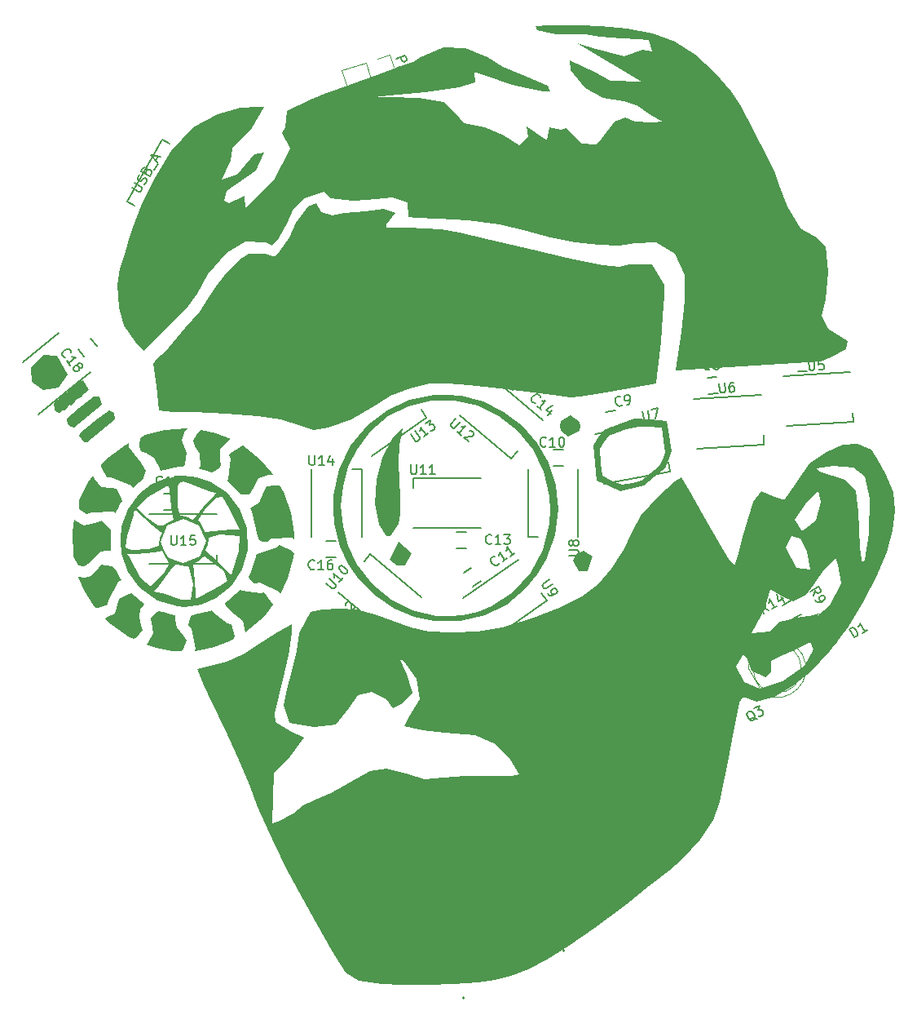
<source format=gto>
G04 #@! TF.FileFunction,Legend,Top*
%FSLAX46Y46*%
G04 Gerber Fmt 4.6, Leading zero omitted, Abs format (unit mm)*
G04 Created by KiCad (PCBNEW 4.0.7) date Monday, 12 '12e' March '12e' 2018, 16:25:27*
%MOMM*%
%LPD*%
G01*
G04 APERTURE LIST*
%ADD10C,0.100000*%
%ADD11C,0.150000*%
%ADD12C,0.120000*%
%ADD13C,0.254000*%
%ADD14C,0.127000*%
G04 APERTURE END LIST*
D10*
D11*
X107048096Y-67683904D02*
X106228944Y-68257480D01*
X107204024Y-69650038D02*
X108023176Y-69076462D01*
X79946244Y-66357958D02*
X74506222Y-70763201D01*
X76673778Y-62316799D02*
X72885191Y-65384736D01*
X151895803Y-66837078D02*
X158882747Y-66409739D01*
X152213255Y-72027379D02*
X159200199Y-71600040D01*
X159200199Y-71600040D02*
X159139150Y-70601905D01*
D10*
G36*
X110244628Y-129901655D02*
X147754306Y-95666774D01*
X147023686Y-96986013D01*
X147867096Y-98597591D01*
X149493585Y-99228061D01*
X151864196Y-98475554D01*
X154107745Y-96891132D01*
X155009897Y-95213525D01*
X154683622Y-94393608D01*
X153040810Y-95254431D01*
X151807390Y-95795550D01*
X150669840Y-96387038D01*
X150649248Y-97526495D01*
X150054498Y-98059100D01*
X148646395Y-97398169D01*
X148121600Y-96064957D01*
X147754306Y-95666774D01*
X110244628Y-129901655D01*
X150513185Y-88957336D01*
X149925312Y-91050704D01*
X149125329Y-92525360D01*
X148640932Y-93450248D01*
X150490615Y-93358947D01*
X151609144Y-92315836D01*
X153748321Y-91779824D01*
X155509715Y-91634230D01*
X156740888Y-90639571D01*
X157881142Y-88307364D01*
X157607251Y-86394999D01*
X157333343Y-85674585D01*
X156171620Y-86922012D01*
X155009897Y-88459473D01*
X154308508Y-89481599D01*
X152938423Y-90193597D01*
X151616617Y-89561137D01*
X150513185Y-88957336D01*
X110244628Y-129901655D01*
X152725955Y-83431118D01*
X152120621Y-84565157D01*
X153260872Y-86755151D01*
X154737359Y-86885661D01*
X154338265Y-85009248D01*
X153687312Y-83671818D01*
X152725955Y-83431118D01*
X110244628Y-129901655D01*
X155401438Y-76367964D01*
X155662465Y-76767327D01*
X158325388Y-77588930D01*
X159466449Y-78744162D01*
X159709867Y-80864997D01*
X159760949Y-82675525D01*
X159882661Y-84713517D01*
X160105349Y-86331435D01*
X160386564Y-85838560D01*
X160764938Y-83167191D01*
X160920058Y-79546869D01*
X160387356Y-77255106D01*
X159164973Y-76283913D01*
X157106661Y-76144232D01*
X155401438Y-76367964D01*
X110244628Y-129901655D01*
X154393214Y-79851195D01*
X153077664Y-81723915D01*
X153863468Y-82905077D01*
X155277959Y-81795733D01*
X155768764Y-79828860D01*
X155549419Y-78728726D01*
X154393214Y-79851195D01*
X110244628Y-129901655D01*
X107761331Y-129559280D01*
X106436109Y-128687397D01*
X105015204Y-126461146D01*
X103438886Y-123732440D01*
X101865401Y-120877039D01*
X100381378Y-118063061D01*
X99073444Y-115458626D01*
X98028226Y-113231852D01*
X97332351Y-111550858D01*
X96438278Y-109274622D01*
X95235226Y-106443442D01*
X93914748Y-103486294D01*
X92668397Y-100832152D01*
X91687725Y-98909989D01*
X90991178Y-97181348D01*
X92382427Y-96894132D01*
X94060669Y-96419742D01*
X95944128Y-95570782D01*
X97454552Y-94607897D01*
X99313649Y-93380534D01*
X100861865Y-92562889D01*
X100872528Y-93529746D01*
X100510833Y-95772710D01*
X99935845Y-98305373D01*
X99060028Y-101786087D01*
X99161625Y-102762221D01*
X100649092Y-103676741D01*
X102142663Y-104354790D01*
X100707050Y-106276391D01*
X99020696Y-107977347D01*
X98930179Y-110606094D01*
X98839662Y-113234838D01*
X99452215Y-113053342D01*
X101051907Y-112228600D01*
X102022436Y-111362881D01*
X103347031Y-110722317D01*
X104916241Y-110055870D01*
X106829002Y-109005935D01*
X109016318Y-107833129D01*
X110694601Y-107570371D01*
X112720422Y-108083554D01*
X114675342Y-108613548D01*
X116635757Y-108471580D01*
X118883882Y-108294827D01*
X121534374Y-108270501D01*
X123608493Y-108267121D01*
X124470866Y-108140728D01*
X123558756Y-106626317D01*
X122025733Y-104970519D01*
X119923839Y-104098845D01*
X116799817Y-103780454D01*
X114511115Y-103588887D01*
X112509203Y-103128072D01*
X113074268Y-102146335D01*
X114171125Y-100322753D01*
X113793564Y-98226776D01*
X112555722Y-96456295D01*
X112009842Y-96107215D01*
X112806426Y-97739644D01*
X113420219Y-99677774D01*
X112377830Y-100750991D01*
X111378779Y-101238939D01*
X110664709Y-100383601D01*
X109135126Y-99551453D01*
X107696699Y-99956837D01*
X106755934Y-101288578D01*
X105463965Y-102936449D01*
X103124831Y-103198478D01*
X100615674Y-102764986D01*
X100028280Y-100973465D01*
X100330729Y-99295236D01*
X100823659Y-97357590D01*
X101322775Y-95343144D01*
X101640141Y-93480272D01*
X102773579Y-91310745D01*
X104009116Y-91005770D01*
X105807257Y-90913439D01*
X107535750Y-91012878D01*
X109518598Y-91541233D01*
X113246386Y-92895693D01*
X115101020Y-93302005D01*
X117514654Y-93431160D01*
X120150602Y-93284333D01*
X122672180Y-92862705D01*
X125752360Y-91980102D01*
X128587798Y-90883200D01*
X130962557Y-89667831D01*
X132660700Y-88429827D01*
X134034182Y-86842808D01*
X135310549Y-84870529D01*
X136238852Y-82900763D01*
X137114625Y-81276048D01*
X139007976Y-79224272D01*
X140613065Y-77759050D01*
X141343517Y-77314679D01*
X142049989Y-78593525D01*
X143597385Y-81271362D01*
X145249742Y-84113619D01*
X146208570Y-85787772D01*
X146808260Y-86495326D01*
X147124299Y-85558353D01*
X147694869Y-83494873D01*
X148803864Y-79825015D01*
X149580382Y-78729701D01*
X150800317Y-79267383D01*
X151988972Y-79685782D01*
X153150677Y-77966324D01*
X154609074Y-75844772D01*
X156418889Y-74673866D01*
X158062633Y-73962613D01*
X159625404Y-73870175D01*
X161037093Y-74478764D01*
X161647545Y-75378329D01*
X162488328Y-76887934D01*
X163331153Y-78836232D01*
X163463882Y-80803263D01*
X163241079Y-82835472D01*
X162637037Y-85079632D01*
X161663023Y-87507652D01*
X160330306Y-90091444D01*
X158650154Y-92802917D01*
X156759258Y-95353227D01*
X154819908Y-97441962D01*
X152874701Y-99034256D01*
X150966231Y-100095240D01*
X149137096Y-100590049D01*
X147746321Y-100116173D01*
X147364298Y-100730665D01*
X146562380Y-104585304D01*
X146041312Y-107328800D01*
X145598064Y-109643262D01*
X145328595Y-111027622D01*
X144617590Y-112907634D01*
X143268812Y-114948473D01*
X141419381Y-116942652D01*
X140049317Y-118110486D01*
X137965485Y-119775997D01*
X135619026Y-121578609D01*
X132318633Y-124015369D01*
X129604819Y-125903171D01*
X127345205Y-127318843D01*
X125407413Y-128339213D01*
X123659062Y-129041110D01*
X121967775Y-129501360D01*
X120190008Y-129749818D01*
X117732645Y-129927604D01*
X114991850Y-130021190D01*
X112363790Y-130017050D01*
X110244628Y-129901655D01*
X110244628Y-129901655D01*
G37*
G36*
X101894718Y-72006724D02*
X99679860Y-71290417D01*
X97420908Y-70991327D01*
X94058912Y-70710772D01*
X90704230Y-70525723D01*
X88467220Y-70513151D01*
X87036157Y-70396831D01*
X86810382Y-67820609D01*
X86493657Y-65587066D01*
X86921064Y-64989397D01*
X87758138Y-64251115D01*
X88461753Y-63323890D01*
X89788417Y-61851755D01*
X91262492Y-60161844D01*
X92154654Y-58806343D01*
X92981380Y-57500078D01*
X94132293Y-56023856D01*
X95405522Y-54691327D01*
X96375873Y-54097481D01*
X98156288Y-54094612D01*
X99074908Y-54420874D01*
X99613571Y-53904802D01*
X100636270Y-52400504D01*
X101248710Y-50937922D01*
X102537164Y-49224960D01*
X103412882Y-48854010D01*
X103889257Y-49776861D01*
X105061779Y-50146001D01*
X106298871Y-49869145D01*
X108471028Y-49756889D01*
X110394110Y-49473630D01*
X111581922Y-49865842D01*
X110657803Y-51105315D01*
X110653196Y-51376286D01*
X112989708Y-51428314D01*
X114699192Y-51465050D01*
X116312471Y-51614844D01*
X118287096Y-51956973D01*
X121080618Y-52570714D01*
X125150586Y-53535346D01*
X130154544Y-54709097D01*
X133161169Y-55311742D01*
X134856110Y-55451559D01*
X135925020Y-55236824D01*
X138258332Y-55240789D01*
X139530232Y-57375696D01*
X139538462Y-58486600D01*
X139415676Y-60584582D01*
X139193165Y-63238962D01*
X138902221Y-66019060D01*
X138717916Y-67608728D01*
X137286085Y-67851007D01*
X135416230Y-68166344D01*
X132929273Y-68613507D01*
X130813356Y-68965242D01*
X129835554Y-69051143D01*
X128644636Y-68868453D01*
X125879989Y-68521460D01*
X122436396Y-68115620D01*
X119208639Y-67756384D01*
X117091504Y-67549206D01*
X115163316Y-67613932D01*
X113142268Y-68066228D01*
X111135736Y-68872538D01*
X109251095Y-69999306D01*
X107002929Y-71315057D01*
X104625948Y-72187926D01*
X103146188Y-72437535D01*
X101894718Y-72006724D01*
X101894718Y-72006724D01*
G37*
G36*
X133691452Y-78200358D02*
X133089112Y-77186506D01*
X134084253Y-77637420D01*
X135149375Y-78089156D01*
X136203807Y-77878165D01*
X137188277Y-77666353D01*
X138129755Y-76910605D01*
X139071232Y-76154860D01*
X139366829Y-75478108D01*
X139662426Y-74801357D01*
X139478103Y-73501012D01*
X139284059Y-72188204D01*
X137829426Y-72070360D01*
X136384512Y-71964982D01*
X135100297Y-72464033D01*
X133774131Y-73022351D01*
X133288948Y-73652604D01*
X132847234Y-74386729D01*
X132968904Y-75868187D01*
X133089112Y-77186506D01*
X133691452Y-78200358D01*
X132499271Y-77625896D01*
X132324777Y-75804079D01*
X132150303Y-73982262D01*
X132721288Y-73205664D01*
X133292274Y-72429063D01*
X134838393Y-71813241D01*
X136384512Y-71197417D01*
X138090599Y-71344148D01*
X139813989Y-71508181D01*
X140056114Y-73036028D01*
X140283110Y-74647750D01*
X139953601Y-75552897D01*
X139622996Y-76360162D01*
X138560269Y-77249541D01*
X137425040Y-78196215D01*
X134965197Y-78758985D01*
X133691452Y-78200358D01*
X133691452Y-78200358D01*
G37*
G36*
X129532685Y-73118693D02*
X128780702Y-72492288D01*
X128685708Y-72004326D01*
X128791775Y-71491810D01*
X129773776Y-70886592D01*
X130750995Y-71558713D01*
X130837785Y-72037531D01*
X130751397Y-72515460D01*
X129532685Y-73118693D01*
X129532685Y-73118693D01*
X129532685Y-73118693D01*
G37*
G36*
X115639994Y-92244221D02*
X113372470Y-91107140D01*
X115801844Y-91695649D01*
X117242881Y-91721902D01*
X118662691Y-91632366D01*
X118662326Y-91632366D01*
X120159944Y-91271708D01*
X121592386Y-90683373D01*
X123812908Y-89237804D01*
X125630276Y-87241328D01*
X126905621Y-84856446D01*
X127592687Y-82169666D01*
X127666618Y-80718098D01*
X127592687Y-79262680D01*
X126983927Y-76738922D01*
X125872684Y-74467986D01*
X124271889Y-72476295D01*
X122339520Y-70930147D01*
X120142657Y-69863212D01*
X117776266Y-69321615D01*
X115308183Y-69343506D01*
X112997745Y-69919879D01*
X110884986Y-70992953D01*
X109056640Y-72505817D01*
X107599439Y-74401558D01*
X106693957Y-76261210D01*
X106153052Y-78223719D01*
X105973474Y-80300889D01*
X106161787Y-82432688D01*
X106722685Y-84458070D01*
X107650106Y-86355127D01*
X109213005Y-88382116D01*
X111148325Y-89984374D01*
X113372470Y-91107140D01*
X115639994Y-92244221D01*
X113525839Y-91789427D01*
X111483705Y-90931913D01*
X109618371Y-89715679D01*
X107801906Y-87914413D01*
X106696631Y-86258228D01*
X105856371Y-84479797D01*
X105256352Y-82123517D01*
X105155151Y-80653381D01*
X105186135Y-79180045D01*
X105789104Y-76480915D01*
X106974441Y-74034034D01*
X108701195Y-71923930D01*
X110719623Y-70365306D01*
X113016632Y-69307359D01*
X115570782Y-68759968D01*
X116996894Y-68734040D01*
X118428871Y-68834030D01*
X120758828Y-69451286D01*
X122894390Y-70509369D01*
X124771824Y-71959069D01*
X126327398Y-73751174D01*
X127497382Y-75836475D01*
X128256674Y-78197419D01*
X128498242Y-80646954D01*
X128204945Y-83332367D01*
X127291407Y-85861068D01*
X126365561Y-87436507D01*
X125170465Y-88853930D01*
X123171329Y-90493312D01*
X120876470Y-91626729D01*
X118340710Y-92227106D01*
X115639994Y-92244226D01*
X115639994Y-92244221D01*
X115639994Y-92244221D01*
G37*
G36*
X111739642Y-86500609D02*
X111047169Y-85849870D01*
X111968073Y-84039619D01*
X113333213Y-85196214D01*
X112631458Y-86472829D01*
X111739642Y-86500609D01*
X111739642Y-86500609D01*
G37*
G36*
X110692610Y-83403303D02*
X109926110Y-82263170D01*
X109519193Y-80021298D01*
X109630767Y-77577320D01*
X110227312Y-75281350D01*
X111260307Y-73320133D01*
X112446787Y-72032830D01*
X112383147Y-72355829D01*
X112061093Y-74031444D01*
X111981226Y-75805212D01*
X112104050Y-79349075D01*
X112115520Y-81102412D01*
X111967671Y-82170088D01*
X111071141Y-83418717D01*
X110692610Y-83403296D01*
X110692610Y-83403303D01*
X110692610Y-83403303D01*
G37*
G36*
X95970117Y-92991428D02*
X95790489Y-92242737D01*
X94925149Y-91562786D01*
X93961033Y-90697117D01*
X93948609Y-90319789D01*
X94214186Y-90135220D01*
X95008522Y-89434650D01*
X95537282Y-88918653D01*
X95699241Y-89060844D01*
X97615396Y-89375332D01*
X97959741Y-89281582D01*
X98906773Y-90510941D01*
X98060034Y-91671883D01*
X96044665Y-93402439D01*
X95970153Y-92991428D01*
X95970117Y-92991428D01*
X95970117Y-92991428D01*
G37*
G36*
X90830973Y-95105114D02*
X90478222Y-93101202D01*
X90090409Y-92682338D01*
X90330972Y-91745326D01*
X90743909Y-91570690D01*
X92307368Y-91175822D01*
X92540732Y-91091519D01*
X92696533Y-91411463D01*
X94190944Y-92494506D01*
X94584312Y-92586942D01*
X94898948Y-93818460D01*
X94866772Y-94118923D01*
X94304776Y-94371275D01*
X92803308Y-94927315D01*
X91251108Y-95258917D01*
X90754287Y-95325418D01*
X90830973Y-95105114D01*
X90830973Y-95105114D01*
X90830973Y-95105114D01*
G37*
G36*
X88520774Y-95321967D02*
X86775276Y-95021614D01*
X85677175Y-94693071D01*
X85932300Y-94404571D01*
X86497823Y-93456810D01*
X86264678Y-92419279D01*
X86168533Y-91945154D01*
X86766231Y-91320595D01*
X87019694Y-91167836D01*
X87474272Y-91307509D01*
X88344125Y-91521688D01*
X88759400Y-91596192D01*
X88759400Y-92111557D01*
X88905427Y-92935135D01*
X89578495Y-93740340D01*
X89889897Y-94240979D01*
X89582570Y-95130156D01*
X89429619Y-95372405D01*
X89186790Y-95366065D01*
X88520774Y-95321972D01*
X88520774Y-95321967D01*
X88520774Y-95321967D01*
G37*
G36*
X83862738Y-93857616D02*
X81731253Y-92273755D01*
X81456321Y-91949324D01*
X81724584Y-91821535D01*
X82453436Y-91433582D01*
X82907155Y-89976884D01*
X83937505Y-89389399D01*
X84237432Y-89366012D01*
X84583495Y-89674828D01*
X85229485Y-90194978D01*
X85547100Y-90419179D01*
X85413334Y-90604526D01*
X85141873Y-91032895D01*
X85021848Y-91825070D01*
X85194879Y-92692500D01*
X85367911Y-93154602D01*
X84776644Y-93928236D01*
X84406755Y-94126555D01*
X83862738Y-93857616D01*
X83862738Y-93857616D01*
G37*
G36*
X80171887Y-90496388D02*
X79368216Y-89169456D01*
X78773566Y-87879991D01*
X78674206Y-87608892D01*
X78779541Y-87642463D01*
X79334868Y-87699753D01*
X80040241Y-87598525D01*
X80795604Y-86733448D01*
X81062478Y-86375843D01*
X82259758Y-86522587D01*
X82601435Y-86889533D01*
X82942364Y-87589720D01*
X83184937Y-88028756D01*
X82852523Y-88193037D01*
X81802019Y-90102477D01*
X81700996Y-90525947D01*
X80781846Y-90881108D01*
X80453726Y-90903698D01*
X80171887Y-90496388D01*
X80171887Y-90496388D01*
G37*
G36*
X78640623Y-86461999D02*
X78171592Y-85509012D01*
X78073986Y-82960045D01*
X78245208Y-81672609D01*
X78485406Y-81864434D01*
X79289171Y-82316092D01*
X80361655Y-82055103D01*
X81148391Y-81826060D01*
X81924840Y-82560253D01*
X82086671Y-82798546D01*
X82035346Y-83333817D01*
X82026393Y-84395095D01*
X82068747Y-84921105D01*
X81630394Y-84921140D01*
X80963684Y-85026421D01*
X79870955Y-86184752D01*
X79230976Y-86556404D01*
X78640641Y-86461999D01*
X78640623Y-86461999D01*
X78640623Y-86461999D01*
G37*
G36*
X79511097Y-81152389D02*
X78770880Y-80620431D01*
X78796351Y-79697742D01*
X79690012Y-77838217D01*
X80158604Y-77192219D01*
X80334394Y-77483805D01*
X81049506Y-78297669D01*
X82171305Y-78391501D01*
X82678870Y-78467085D01*
X83110097Y-79343400D01*
X83207831Y-79764234D01*
X82995881Y-80137759D01*
X82783931Y-80530382D01*
X82664691Y-80809922D01*
X82545470Y-81070364D01*
X82316472Y-80902275D01*
X80038450Y-80997939D01*
X79511097Y-81152389D01*
X79511097Y-81152389D01*
G37*
G36*
X84176972Y-78146552D02*
X82050329Y-77305758D01*
X81673789Y-77306124D01*
X81046929Y-76203742D01*
X81020728Y-76012645D01*
X81575397Y-75477892D01*
X83465880Y-73994051D01*
X83902405Y-73731491D01*
X83916657Y-74204452D01*
X85175913Y-75783580D01*
X85674507Y-76638460D01*
X85324370Y-77572448D01*
X84713790Y-78051184D01*
X84313405Y-78388241D01*
X84176972Y-78146552D01*
X84176972Y-78146552D01*
G37*
G36*
X87102629Y-76367793D02*
X86530784Y-75289933D01*
X85660274Y-74793537D01*
X85333871Y-74722501D01*
X85127421Y-74503675D01*
X85029266Y-73893024D01*
X85097291Y-73294776D01*
X85575567Y-72957242D01*
X87628904Y-72396607D01*
X89826970Y-72230024D01*
X89980286Y-72258787D01*
X89796749Y-72527658D01*
X89396620Y-73469669D01*
X89956588Y-74762252D01*
X89771077Y-75974511D01*
X89570803Y-76210294D01*
X89118966Y-76243228D01*
X87187464Y-76623008D01*
X87102629Y-76367793D01*
X87102629Y-76367793D01*
G37*
G36*
X92012447Y-76635191D02*
X91355841Y-76432905D01*
X91229877Y-76406503D01*
X91328342Y-76164900D01*
X91320120Y-74862019D01*
X90818767Y-74093428D01*
X90586737Y-73502932D01*
X91084783Y-72660167D01*
X91355439Y-72372226D01*
X91889589Y-72476328D01*
X93014074Y-72768276D01*
X94504082Y-73356563D01*
X94260942Y-73512426D01*
X93414166Y-74315775D01*
X93391108Y-75466847D01*
X93489061Y-76015110D01*
X93335672Y-76380055D01*
X92582811Y-76817077D01*
X92012483Y-76635191D01*
X92012447Y-76635191D01*
X92012447Y-76635191D01*
G37*
G36*
X95611575Y-79138542D02*
X94417913Y-77932421D01*
X94045302Y-77638918D01*
X94210805Y-77455713D01*
X94477953Y-75347824D01*
X94355224Y-75074345D01*
X94456393Y-74865362D01*
X95571633Y-74075409D01*
X95745889Y-74013925D01*
X96174776Y-74316480D01*
X97590389Y-75484645D01*
X98750442Y-76778162D01*
X98939132Y-77030721D01*
X98486601Y-77056865D01*
X97369644Y-77406588D01*
X96875600Y-78388649D01*
X96440554Y-79116070D01*
X95611575Y-79138542D01*
X95611575Y-79138542D01*
X95611575Y-79138542D01*
G37*
G36*
X97789524Y-84019038D02*
X97478049Y-83835177D01*
X97272713Y-83423840D01*
X96670100Y-80900554D01*
X96534433Y-80561330D01*
X96661329Y-80493767D01*
X97425335Y-79951558D01*
X97872531Y-78909550D01*
X98224605Y-78250371D01*
X98979987Y-78140072D01*
X99619893Y-78201586D01*
X99994770Y-78823288D01*
X100766154Y-80923294D01*
X101099924Y-83121434D01*
X101127277Y-83779712D01*
X100812696Y-83588049D01*
X98699428Y-83685708D01*
X98302424Y-84014462D01*
X97789524Y-84019030D01*
X97789524Y-84019038D01*
X97789524Y-84019038D01*
G37*
G36*
X99482747Y-89141107D02*
X97574102Y-88263737D01*
X96997014Y-88335915D01*
X96490545Y-87809457D01*
X96399955Y-87631891D01*
X96600101Y-87176279D01*
X97135128Y-85560246D01*
X97190583Y-85276532D01*
X97335165Y-85317996D01*
X99269390Y-84629371D01*
X99558939Y-84378757D01*
X100836138Y-84945589D01*
X101069977Y-85154643D01*
X100991245Y-85637728D01*
X100426892Y-87799708D01*
X99667746Y-89420009D01*
X99482747Y-89141107D01*
X99482747Y-89141107D01*
G37*
G36*
X89013192Y-90726101D02*
X90346905Y-90039566D01*
X90583887Y-88446867D01*
X90214272Y-86713032D01*
X90125436Y-86512215D01*
X89965468Y-86588497D01*
X89328595Y-86473342D01*
X88800786Y-86282108D01*
X88528649Y-86616847D01*
X87012002Y-88575643D01*
X86573649Y-89160815D01*
X87765207Y-89451016D01*
X89359255Y-89988819D01*
X90346905Y-90039566D01*
X89013192Y-90726101D01*
X90871590Y-89927578D01*
X91328963Y-89655078D01*
X91328982Y-89655078D01*
X93396735Y-88594158D01*
X94194105Y-88083143D01*
X93827468Y-87043381D01*
X91820742Y-85519464D01*
X91642211Y-85645075D01*
X91084088Y-86003504D01*
X90582498Y-86279238D01*
X90693991Y-87066738D01*
X90879995Y-89362332D01*
X90871590Y-89927578D01*
X89013192Y-90726101D01*
X86891156Y-90104125D01*
X86189436Y-88648903D01*
X87660824Y-87112879D01*
X88144198Y-86172002D01*
X88006778Y-86032402D01*
X87641858Y-85473646D01*
X87420773Y-84954862D01*
X86539847Y-85092202D01*
X84710409Y-85243015D01*
X83752962Y-85254051D01*
X84004964Y-85650673D01*
X85096615Y-87732660D01*
X86189436Y-88648903D01*
X86891156Y-90104125D01*
X85042933Y-88777549D01*
X83840680Y-87184140D01*
X83594165Y-84565033D01*
X84214282Y-84856121D01*
X85932629Y-84779749D01*
X87044653Y-84439398D01*
X87022599Y-84244225D01*
X87155105Y-83586112D01*
X87357407Y-83075402D01*
X87250866Y-82996487D01*
X86382986Y-82353560D01*
X84681376Y-80821104D01*
X84519417Y-80659605D01*
X84403740Y-81202067D01*
X83735002Y-83456135D01*
X83594165Y-84565033D01*
X83840680Y-87184140D01*
X83140610Y-85275608D01*
X87601350Y-84829570D01*
X87942992Y-85606505D01*
X88743376Y-85918205D01*
X89589897Y-86233303D01*
X90451400Y-85886402D01*
X91266767Y-85536102D01*
X91593426Y-84735964D01*
X91920797Y-83897824D01*
X91229146Y-82301785D01*
X89566820Y-81667991D01*
X88703362Y-82002410D01*
X87909098Y-82337121D01*
X87584394Y-83130999D01*
X87259691Y-83988756D01*
X87601350Y-84829570D01*
X83140610Y-85275608D01*
X83038984Y-83859825D01*
X83145653Y-82406333D01*
X83820830Y-80580351D01*
X85756309Y-79420691D01*
X84806463Y-80413062D01*
X85610792Y-81383895D01*
X86957333Y-82319384D01*
X87514688Y-82354685D01*
X88037455Y-81980067D01*
X88543705Y-81735927D01*
X88418326Y-81014658D01*
X88120171Y-78772672D01*
X88046080Y-78115140D01*
X87538515Y-78408320D01*
X85756309Y-79420691D01*
X83820830Y-80580351D01*
X84995902Y-79036789D01*
X86184105Y-78074125D01*
X89557903Y-77757858D01*
X89157903Y-77870903D01*
X88960972Y-78211606D01*
X88960972Y-80376066D01*
X89245113Y-81322928D01*
X89439979Y-81298051D01*
X90074166Y-81477810D01*
X90564574Y-81712280D01*
X90907439Y-81264309D01*
X90907677Y-81264309D01*
X91932091Y-79993351D01*
X92809506Y-79156649D01*
X93011699Y-78960592D01*
X92486155Y-78806489D01*
X90486445Y-78068639D01*
X89557903Y-77757858D01*
X86184105Y-78074125D01*
X87542151Y-77449448D01*
X89613047Y-77132751D01*
X91063140Y-77284791D01*
X93683617Y-79358973D01*
X92943729Y-79454871D01*
X91928510Y-80453995D01*
X91168302Y-81654030D01*
X91092274Y-81847646D01*
X91251072Y-81905070D01*
X91785533Y-82902373D01*
X91863570Y-83006193D01*
X92706820Y-82881170D01*
X92706820Y-82881165D01*
X94492552Y-82755343D01*
X95473076Y-82741439D01*
X95245559Y-82365297D01*
X94320398Y-80537564D01*
X93683617Y-79358973D01*
X91063140Y-77284791D01*
X92450799Y-77789614D01*
X94152181Y-78966601D01*
X95417278Y-80602868D01*
X96168345Y-82597857D01*
X94640990Y-87135950D01*
X95366571Y-84970724D01*
X95416106Y-83415918D01*
X93395511Y-83284937D01*
X92217673Y-83579019D01*
X92211095Y-83773360D01*
X92097008Y-84323727D01*
X91871171Y-84839718D01*
X92509798Y-85485605D01*
X94272947Y-87153401D01*
X94554036Y-87445532D01*
X94640936Y-87135950D01*
X94640990Y-87135950D01*
X96168345Y-82597857D01*
X96260890Y-84874962D01*
X95693632Y-86877535D01*
X94582613Y-88583979D01*
X93011516Y-89866705D01*
X91413636Y-90535978D01*
X89705318Y-90750488D01*
X89013192Y-90726101D01*
X89013192Y-90726101D01*
G37*
G36*
X75019368Y-68262027D02*
X73876865Y-67376397D01*
X73718380Y-65952115D01*
X75030989Y-64637556D01*
X76506653Y-64730389D01*
X77561469Y-66686399D01*
X76650653Y-68026908D01*
X75019368Y-68262027D01*
X75019368Y-68262027D01*
G37*
G36*
X76437769Y-70547500D02*
X76195525Y-70288485D01*
X76129200Y-69657073D01*
X77447610Y-68529054D01*
X78891272Y-67355771D01*
X79172361Y-67275020D01*
X79735307Y-68229083D01*
X78274826Y-69463399D01*
X76705977Y-70595582D01*
X76437769Y-70547500D01*
X76437769Y-70547500D01*
G37*
G36*
X77866001Y-72106073D02*
X77577621Y-71847876D01*
X77511021Y-71182898D01*
X78715534Y-70154195D01*
X80250126Y-68899855D01*
X80881225Y-68966990D01*
X81097542Y-69757616D01*
X79671416Y-70982638D01*
X78219884Y-72121695D01*
X77866001Y-72106073D01*
X77866001Y-72106073D01*
G37*
G36*
X79263371Y-73701946D02*
X78755806Y-73032585D01*
X78955083Y-72651808D01*
X80660432Y-71228058D01*
X81874721Y-70366272D01*
X82376531Y-70673665D01*
X82495607Y-71284939D01*
X81061389Y-72509055D01*
X79562970Y-73688668D01*
X79263371Y-73701951D01*
X79263371Y-73701946D01*
X79263371Y-73701946D01*
G37*
G36*
X130684779Y-87045998D02*
X130089657Y-85989071D01*
X130403434Y-85288098D01*
X131121176Y-84974329D01*
X132074329Y-85529060D01*
X131609209Y-87058017D01*
X130684779Y-87045994D01*
X130684779Y-87045998D01*
X130684779Y-87045998D01*
G37*
G36*
X85563726Y-64175077D02*
X87086422Y-62583157D01*
X88175049Y-61468898D01*
X89858399Y-59852196D01*
X91008552Y-58245748D01*
X92139043Y-56276997D01*
X94053958Y-54062153D01*
X96061165Y-52847066D01*
X98105849Y-52953770D01*
X98783568Y-53285417D01*
X99481473Y-52526949D01*
X100352415Y-50955221D01*
X101056095Y-49444048D01*
X102105848Y-48348159D01*
X104274552Y-47656020D01*
X104828251Y-48394303D01*
X107181533Y-48578874D01*
X108641859Y-48541278D01*
X111266003Y-48293476D01*
X112833995Y-48809589D01*
X112926284Y-50332293D01*
X113824219Y-50356656D01*
X116111968Y-50460753D01*
X119180450Y-50691097D01*
X122420583Y-51094198D01*
X125223286Y-51716570D01*
X127719049Y-52391359D01*
X130305618Y-52895606D01*
X132774800Y-53191657D01*
X134918398Y-53241861D01*
X136528218Y-53008565D01*
X138727688Y-52965838D01*
X140650300Y-54081806D01*
X141650061Y-56284687D01*
X141642123Y-58983310D01*
X141309750Y-62265924D01*
X140916817Y-65038085D01*
X140727201Y-66205348D01*
X155769685Y-65282495D01*
X156798496Y-64896264D01*
X158463051Y-64038354D01*
X158630528Y-63159935D01*
X156554113Y-61902551D01*
X155861973Y-60575951D01*
X156293121Y-58877327D01*
X156542578Y-55984762D01*
X156290235Y-53334444D01*
X155215979Y-52362564D01*
X153671639Y-51519021D01*
X152343594Y-49213334D01*
X151413530Y-46821128D01*
X151063134Y-45718031D01*
X150300603Y-44250229D01*
X148747746Y-41238431D01*
X147506672Y-38770047D01*
X146504903Y-37275287D01*
X144802653Y-35352289D01*
X142739454Y-33465998D01*
X140654842Y-32081359D01*
X138338781Y-31265665D01*
X135634248Y-30743620D01*
X132960303Y-30466284D01*
X130736010Y-30384715D01*
X127522182Y-30449971D01*
X126168128Y-30515227D01*
X126351658Y-30923073D01*
X128321557Y-31330919D01*
X131335547Y-31371705D01*
X132856823Y-31559313D01*
X135108134Y-31755080D01*
X136845558Y-31836650D01*
X137946748Y-31918220D01*
X138305655Y-33158073D01*
X137228933Y-32929679D01*
X135401775Y-33647489D01*
X132424495Y-32901130D01*
X130474986Y-32277123D01*
X137163681Y-36290337D01*
X133933531Y-36159825D01*
X132240965Y-35213621D01*
X129691919Y-34071650D01*
X129822436Y-35054561D01*
X131323312Y-36942892D01*
X133207569Y-37962510D01*
X135336529Y-38248003D01*
X136706898Y-38737419D01*
X138281183Y-39789662D01*
X139414992Y-40401431D01*
X138277101Y-40499315D01*
X136478503Y-40401431D01*
X135471123Y-39989512D01*
X134390320Y-40434095D01*
X133052588Y-42163364D01*
X132453053Y-42791448D01*
X130997042Y-42685407D01*
X129300402Y-41086650D01*
X128876229Y-41249792D01*
X127571126Y-41021397D01*
X127375361Y-42391759D01*
X125221919Y-40956138D01*
X125434001Y-42024697D01*
X124471489Y-42848549D01*
X122864571Y-41869716D01*
X120915061Y-40988768D01*
X118720850Y-40597234D01*
X117848053Y-39520518D01*
X116632670Y-38337762D01*
X114095867Y-37987014D01*
X110971758Y-37905445D01*
X109364836Y-37823876D01*
X111011009Y-37681130D01*
X114630142Y-37318146D01*
X118243155Y-36832808D01*
X119870970Y-36322999D01*
X119838374Y-35246283D01*
X121067351Y-35687362D01*
X123492676Y-36512724D01*
X125221940Y-36975555D01*
X126983845Y-37236576D01*
X127730205Y-37314066D01*
X127473265Y-36681905D01*
X125071046Y-35678602D01*
X122742233Y-34724240D01*
X121157977Y-33722448D01*
X118855907Y-32822163D01*
X116575594Y-32733947D01*
X114250874Y-33676074D01*
X113443340Y-34202196D01*
X112406298Y-34568671D01*
X109908053Y-35458234D01*
X106867924Y-36556092D01*
X104205234Y-37547454D01*
X102839304Y-38117526D01*
X100326968Y-39324752D01*
X100196469Y-40988768D01*
X99804932Y-41608692D01*
X100718512Y-43207456D01*
X98956606Y-46502859D01*
X96020110Y-49341472D01*
X95922227Y-48101616D01*
X94323471Y-48852053D01*
X93801435Y-48623658D01*
X94095076Y-47579573D01*
X97162084Y-45458767D01*
X97977781Y-43631616D01*
X96933689Y-43762128D01*
X95139167Y-45915557D01*
X93540404Y-46404969D01*
X94519229Y-44479935D01*
X94682378Y-43240079D01*
X96705294Y-41054020D01*
X97977781Y-38867963D01*
X97291188Y-38849106D01*
X95531261Y-38994956D01*
X93147775Y-39609147D01*
X90590505Y-40995310D01*
X88309228Y-43457079D01*
X86569969Y-46399151D01*
X85290767Y-48990886D01*
X84399376Y-51182915D01*
X83823555Y-52925869D01*
X83491060Y-54170379D01*
X83001646Y-55663098D01*
X82708000Y-57302640D01*
X82869914Y-59693709D01*
X83371970Y-61544977D01*
X84588985Y-63275328D01*
X85563746Y-64175112D01*
X85563726Y-64175077D01*
X85563726Y-64175077D01*
G37*
D11*
X154294844Y-64594750D02*
X153296709Y-64655799D01*
X153400492Y-66352628D02*
X154398627Y-66291579D01*
X144997176Y-66921061D02*
X143999041Y-66982110D01*
X144102824Y-68678939D02*
X145100959Y-68617890D01*
X134457658Y-70350910D02*
X133474403Y-70533145D01*
X133784204Y-72204678D02*
X134767459Y-72022443D01*
X128050000Y-76100000D02*
X129050000Y-76100000D01*
X129050000Y-74400000D02*
X128050000Y-74400000D01*
X119498096Y-86683904D02*
X118678944Y-87257480D01*
X119654024Y-88650038D02*
X120473176Y-88076462D01*
X107720608Y-93729744D02*
X108486653Y-94372532D01*
X109579392Y-93070256D02*
X108813347Y-92427468D01*
X117950000Y-84700000D02*
X118950000Y-84700000D01*
X118950000Y-83000000D02*
X117950000Y-83000000D01*
X124929392Y-66970256D02*
X124163347Y-66327468D01*
X123070608Y-67629744D02*
X123836653Y-68272532D01*
X105450000Y-83900000D02*
X104450000Y-83900000D01*
X104450000Y-85600000D02*
X105450000Y-85600000D01*
X88550000Y-79000000D02*
X87550000Y-79000000D01*
X87550000Y-80700000D02*
X88550000Y-80700000D01*
X78649766Y-63996349D02*
X79279086Y-64773495D01*
X80600234Y-63703651D02*
X79970914Y-62926505D01*
D12*
X156638832Y-91694731D02*
G75*
G03X153761095Y-93175012I-908980J-1770269D01*
G01*
X157717440Y-93562934D02*
G75*
G02X154996611Y-95314988I-1987588J97934D01*
G01*
X156091578Y-92009270D02*
G75*
G03X154288354Y-93050173I-361726J-1455730D01*
G01*
X157171416Y-93879601D02*
G75*
G02X155368354Y-94920788I-1441564J414601D01*
G01*
X153760853Y-93174593D02*
X153838853Y-93309693D01*
X154918853Y-95180307D02*
X154996853Y-95315407D01*
D13*
X89527243Y-46297520D02*
G75*
G03X89527243Y-46297520I-120000J0D01*
G01*
D14*
X87416968Y-42284777D02*
X83716968Y-48693365D01*
X84470410Y-49128365D02*
X83716968Y-48693365D01*
X88414595Y-50556836D02*
X88047095Y-51193365D01*
X88047095Y-51193365D02*
X86462269Y-50278365D01*
X88161750Y-42714777D02*
X87416968Y-42284777D01*
X91747095Y-44784777D02*
X90153609Y-43864777D01*
X91377095Y-45425635D02*
X91747095Y-44784777D01*
D12*
X102080000Y-55550000D02*
X99420000Y-55550000D01*
X102080000Y-63230000D02*
X102080000Y-55550000D01*
X99420000Y-63230000D02*
X99420000Y-55550000D01*
X102080000Y-63230000D02*
X99420000Y-63230000D01*
X102080000Y-64500000D02*
X102080000Y-65830000D01*
X102080000Y-65830000D02*
X100750000Y-65830000D01*
X106048419Y-35070991D02*
X106870404Y-37600801D01*
X108521166Y-34267546D02*
X106048419Y-35070991D01*
X109343151Y-36797357D02*
X106870404Y-37600801D01*
X108521166Y-34267546D02*
X109343151Y-36797357D01*
X109729007Y-33875095D02*
X110993913Y-33464102D01*
X110993913Y-33464102D02*
X111404905Y-34729007D01*
X153859499Y-95670400D02*
G75*
G03X148280412Y-97107138I-2589647J-1494600D01*
G01*
X153859037Y-95669600D02*
G75*
G02X149825242Y-99782862I-2589185J-1495400D01*
G01*
X153769852Y-97165000D02*
G75*
G03X153769852Y-97165000I-2500000J0D01*
G01*
X148280327Y-97106991D02*
X149825327Y-99783009D01*
D11*
X151833751Y-90647228D02*
X152872981Y-90047228D01*
X153747981Y-91562772D02*
X152708751Y-92162772D01*
X147362885Y-93262228D02*
X148402115Y-92662228D01*
X149277115Y-94177772D02*
X148237885Y-94777772D01*
D14*
X116890000Y-127090000D02*
G75*
G03X116890000Y-127090000I-1000000J0D01*
G01*
X113290000Y-128190000D02*
X113290000Y-125990000D01*
X118490000Y-128190000D02*
X118490000Y-125990000D01*
X113290000Y-128190000D02*
X113390000Y-128190000D01*
X113390000Y-125990000D02*
X113290000Y-125990000D01*
X118390000Y-128190000D02*
X118490000Y-128190000D01*
X118390000Y-125990000D02*
X118490000Y-125990000D01*
D10*
X118767000Y-131340000D02*
G75*
G03X118767000Y-131340000I-127000J0D01*
G01*
D14*
X127340000Y-122140000D02*
G75*
G03X127340000Y-122140000I-1000000J0D01*
G01*
X123740000Y-123240000D02*
X123740000Y-121040000D01*
X128940000Y-123240000D02*
X128940000Y-121040000D01*
X123740000Y-123240000D02*
X123840000Y-123240000D01*
X123840000Y-121040000D02*
X123740000Y-121040000D01*
X128840000Y-123240000D02*
X128940000Y-123240000D01*
X128840000Y-121040000D02*
X128940000Y-121040000D01*
D10*
X129217000Y-126390000D02*
G75*
G03X129217000Y-126390000I-127000J0D01*
G01*
D14*
X106900000Y-122150000D02*
G75*
G03X106900000Y-122150000I-1000000J0D01*
G01*
X103300000Y-123250000D02*
X103300000Y-121050000D01*
X108500000Y-123250000D02*
X108500000Y-121050000D01*
X103300000Y-123250000D02*
X103400000Y-123250000D01*
X103400000Y-121050000D02*
X103300000Y-121050000D01*
X108400000Y-123250000D02*
X108500000Y-123250000D01*
X108400000Y-121050000D02*
X108500000Y-121050000D01*
D10*
X108777000Y-126400000D02*
G75*
G03X108777000Y-126400000I-127000J0D01*
G01*
D11*
X142597802Y-69168519D02*
X149584746Y-68741180D01*
X142915254Y-74358820D02*
X149902198Y-73931481D01*
X149902198Y-73931481D02*
X149841149Y-72933346D01*
X132324795Y-72871362D02*
X139207580Y-71595713D01*
X133272420Y-77984287D02*
X140155205Y-76708638D01*
X140155205Y-76708638D02*
X139972969Y-75725384D01*
X130600000Y-76500000D02*
X130600000Y-83500000D01*
X125400000Y-76500000D02*
X125400000Y-83500000D01*
X125400000Y-83500000D02*
X126400000Y-83500000D01*
X118641669Y-89877722D02*
X124375733Y-85862687D01*
X121624267Y-94137313D02*
X127358331Y-90122278D01*
X127358331Y-90122278D02*
X126784754Y-89303126D01*
X111009908Y-93741472D02*
X105647597Y-89241959D01*
X114352403Y-89758041D02*
X108990092Y-85258528D01*
X108990092Y-85258528D02*
X108347305Y-86024572D01*
X120500000Y-82600000D02*
X113500000Y-82600000D01*
X120500000Y-77400000D02*
X113500000Y-77400000D01*
X113500000Y-77400000D02*
X113500000Y-78400000D01*
X121603441Y-66925888D02*
X126965752Y-71425401D01*
X118260946Y-70909319D02*
X123623257Y-75408832D01*
X123623257Y-75408832D02*
X124266044Y-74642788D01*
X106141669Y-70877722D02*
X111875733Y-66862687D01*
X109124267Y-75137313D02*
X114858331Y-71122278D01*
X114858331Y-71122278D02*
X114284754Y-70303126D01*
X102900000Y-83500000D02*
X102900000Y-76500000D01*
X108100000Y-83500000D02*
X108100000Y-76500000D01*
X108100000Y-76500000D02*
X107100000Y-76500000D01*
X86025000Y-81125000D02*
X93025000Y-81125000D01*
X86025000Y-86325000D02*
X93025000Y-86325000D01*
X93025000Y-86325000D02*
X93025000Y-85325000D01*
X105599800Y-67608034D02*
X105588106Y-67674354D01*
X105498398Y-67795301D01*
X105420383Y-67849927D01*
X105276048Y-67892860D01*
X105143407Y-67869472D01*
X105049774Y-67818771D01*
X104901514Y-67690055D01*
X104819574Y-67573033D01*
X104749328Y-67389691D01*
X104733709Y-67284363D01*
X104757098Y-67151722D01*
X104846807Y-67030775D01*
X104924821Y-66976149D01*
X105069156Y-66933217D01*
X105135476Y-66944911D01*
X106434571Y-67139785D02*
X105966484Y-67467543D01*
X106200527Y-67303665D02*
X105626951Y-66484512D01*
X105630876Y-66656160D01*
X105607488Y-66788801D01*
X105556786Y-66882435D01*
X106602133Y-65801683D02*
X106212060Y-66074815D01*
X106446184Y-66492200D01*
X106457878Y-66425880D01*
X106508579Y-66332246D01*
X106703616Y-66195680D01*
X106808944Y-66180061D01*
X106875264Y-66191755D01*
X106968898Y-66242457D01*
X107105464Y-66437493D01*
X107121083Y-66542821D01*
X107109389Y-66609141D01*
X107058687Y-66702774D01*
X106863651Y-66839341D01*
X106758323Y-66854960D01*
X106692003Y-66843266D01*
X76485813Y-69613590D02*
X76995263Y-70242708D01*
X77092205Y-70286754D01*
X77159179Y-70293793D01*
X77263161Y-70270865D01*
X77411189Y-70150994D01*
X77455235Y-70054052D01*
X77462275Y-69987077D01*
X77439346Y-69883096D01*
X76929896Y-69253978D01*
X78336363Y-69401803D02*
X77892279Y-69761415D01*
X78114321Y-69581609D02*
X77485000Y-68804463D01*
X77500889Y-68975419D01*
X77486810Y-69109368D01*
X77442764Y-69206311D01*
X78373168Y-68085240D02*
X78225139Y-68205111D01*
X78181093Y-68302053D01*
X78174054Y-68369027D01*
X78189943Y-68539983D01*
X78272806Y-68717979D01*
X78512548Y-69014035D01*
X78609490Y-69058081D01*
X78676464Y-69065120D01*
X78780446Y-69042192D01*
X78928474Y-68922321D01*
X78972520Y-68825379D01*
X78979560Y-68758404D01*
X78956631Y-68654423D01*
X78806793Y-68469388D01*
X78709851Y-68425341D01*
X78642876Y-68418302D01*
X78538895Y-68441230D01*
X78390866Y-68561101D01*
X78346820Y-68658043D01*
X78339781Y-68725018D01*
X78362710Y-68829000D01*
X154540416Y-65225003D02*
X154589836Y-66033017D01*
X154643180Y-66125170D01*
X154693618Y-66169793D01*
X154791585Y-66211509D01*
X154981707Y-66199881D01*
X155073860Y-66146536D01*
X155118483Y-66096099D01*
X155160199Y-65998132D01*
X155110779Y-65190118D01*
X156061384Y-65131976D02*
X155586081Y-65161047D01*
X155567621Y-65639256D01*
X155612244Y-65588819D01*
X155704398Y-65535474D01*
X155942050Y-65520939D01*
X156040017Y-65562655D01*
X156090454Y-65607278D01*
X156143799Y-65699432D01*
X156158334Y-65937083D01*
X156116618Y-66035051D01*
X156071995Y-66085488D01*
X155979842Y-66138832D01*
X155742190Y-66153368D01*
X155644222Y-66111652D01*
X155593785Y-66067029D01*
X153574914Y-63744258D02*
X153530291Y-63794695D01*
X153390607Y-63850946D01*
X153295547Y-63856760D01*
X153150048Y-63817951D01*
X153049174Y-63728705D01*
X152995830Y-63636552D01*
X152936671Y-63449338D01*
X152927950Y-63306747D01*
X152963852Y-63113719D01*
X153005568Y-63015752D01*
X153094814Y-62914877D01*
X153234498Y-62858626D01*
X153329559Y-62852811D01*
X153475056Y-62891620D01*
X153525494Y-62936243D01*
X153852391Y-62820834D02*
X154517814Y-62780135D01*
X154151090Y-63804433D01*
X144277246Y-66070569D02*
X144232623Y-66121006D01*
X144092939Y-66177257D01*
X143997879Y-66183071D01*
X143852380Y-66144262D01*
X143751506Y-66055016D01*
X143698162Y-65962863D01*
X143639003Y-65775649D01*
X143630282Y-65633058D01*
X143666184Y-65440030D01*
X143707900Y-65342063D01*
X143797146Y-65241188D01*
X143936830Y-65184937D01*
X144031891Y-65179122D01*
X144177388Y-65217931D01*
X144227826Y-65262554D01*
X144818537Y-65560381D02*
X144720570Y-65518665D01*
X144670133Y-65474042D01*
X144616788Y-65381888D01*
X144613881Y-65334358D01*
X144655597Y-65236391D01*
X144700220Y-65185954D01*
X144792374Y-65132609D01*
X144982495Y-65120981D01*
X145080463Y-65162697D01*
X145130900Y-65207320D01*
X145184244Y-65299473D01*
X145187151Y-65347004D01*
X145145435Y-65444971D01*
X145100812Y-65495408D01*
X145008659Y-65548753D01*
X144818537Y-65560381D01*
X144726384Y-65613725D01*
X144681761Y-65664162D01*
X144640045Y-65762131D01*
X144651673Y-65952252D01*
X144705018Y-66044405D01*
X144755455Y-66089028D01*
X144853422Y-66130744D01*
X145043544Y-66119116D01*
X145135697Y-66065771D01*
X145180320Y-66015334D01*
X145222036Y-65917367D01*
X145210408Y-65727246D01*
X145157064Y-65635092D01*
X145106626Y-65590469D01*
X145008659Y-65548753D01*
X135147171Y-69772717D02*
X135109027Y-69828217D01*
X134977240Y-69901072D01*
X134883597Y-69918428D01*
X134734453Y-69897640D01*
X134623454Y-69821352D01*
X134559277Y-69736387D01*
X134477744Y-69557778D01*
X134451710Y-69417312D01*
X134463820Y-69221348D01*
X134493286Y-69119027D01*
X134569574Y-69008028D01*
X134701362Y-68935173D01*
X134795005Y-68917817D01*
X134944147Y-68938605D01*
X134999647Y-68976749D01*
X135632743Y-69779582D02*
X135820029Y-69744870D01*
X135904996Y-69680693D01*
X135943139Y-69625193D01*
X136010749Y-69467372D01*
X136022859Y-69271408D01*
X135953436Y-68896834D01*
X135889259Y-68811869D01*
X135833759Y-68773725D01*
X135731438Y-68744259D01*
X135544151Y-68778971D01*
X135459185Y-68843148D01*
X135421041Y-68898648D01*
X135391576Y-69000969D01*
X135434965Y-69235077D01*
X135499142Y-69320042D01*
X135554642Y-69358187D01*
X135656963Y-69387653D01*
X135844251Y-69352941D01*
X135929216Y-69288764D01*
X135967359Y-69233263D01*
X135996825Y-69130942D01*
X127257143Y-74057143D02*
X127209524Y-74104762D01*
X127066667Y-74152381D01*
X126971429Y-74152381D01*
X126828571Y-74104762D01*
X126733333Y-74009524D01*
X126685714Y-73914286D01*
X126638095Y-73723810D01*
X126638095Y-73580952D01*
X126685714Y-73390476D01*
X126733333Y-73295238D01*
X126828571Y-73200000D01*
X126971429Y-73152381D01*
X127066667Y-73152381D01*
X127209524Y-73200000D01*
X127257143Y-73247619D01*
X128209524Y-74152381D02*
X127638095Y-74152381D01*
X127923809Y-74152381D02*
X127923809Y-73152381D01*
X127828571Y-73295238D01*
X127733333Y-73390476D01*
X127638095Y-73438095D01*
X128828571Y-73152381D02*
X128923810Y-73152381D01*
X129019048Y-73200000D01*
X129066667Y-73247619D01*
X129114286Y-73342857D01*
X129161905Y-73533333D01*
X129161905Y-73771429D01*
X129114286Y-73961905D01*
X129066667Y-74057143D01*
X129019048Y-74104762D01*
X128923810Y-74152381D01*
X128828571Y-74152381D01*
X128733333Y-74104762D01*
X128685714Y-74057143D01*
X128638095Y-73961905D01*
X128590476Y-73771429D01*
X128590476Y-73533333D01*
X128638095Y-73342857D01*
X128685714Y-73247619D01*
X128733333Y-73200000D01*
X128828571Y-73152381D01*
X122378251Y-86211282D02*
X122366557Y-86277602D01*
X122276849Y-86398549D01*
X122198834Y-86453175D01*
X122054499Y-86496108D01*
X121921858Y-86472720D01*
X121828225Y-86422019D01*
X121679965Y-86293303D01*
X121598025Y-86176281D01*
X121527779Y-85992939D01*
X121512160Y-85887611D01*
X121535549Y-85754970D01*
X121625258Y-85634023D01*
X121703272Y-85579397D01*
X121847607Y-85536465D01*
X121913927Y-85548159D01*
X123213022Y-85743033D02*
X122744935Y-86070791D01*
X122978978Y-85906913D02*
X122405402Y-85087760D01*
X122409327Y-85259408D01*
X122385939Y-85392049D01*
X122335237Y-85485683D01*
X123993167Y-85196770D02*
X123525080Y-85524528D01*
X123759123Y-85360649D02*
X123185547Y-84541497D01*
X123189472Y-84713145D01*
X123166084Y-84845786D01*
X123115382Y-84939419D01*
X106173931Y-92161522D02*
X106179800Y-92228609D01*
X106124452Y-92368653D01*
X106063234Y-92441610D01*
X105934928Y-92520436D01*
X105800754Y-92532175D01*
X105697189Y-92507435D01*
X105520667Y-92421478D01*
X105411231Y-92329651D01*
X105295927Y-92170737D01*
X105253579Y-92073041D01*
X105241840Y-91938866D01*
X105297190Y-91798822D01*
X105358407Y-91725865D01*
X105486712Y-91647039D01*
X105553800Y-91641170D01*
X106859066Y-91493174D02*
X106491759Y-91930914D01*
X106675412Y-91712044D02*
X105909368Y-91069257D01*
X105957585Y-91234040D01*
X105969323Y-91368214D01*
X105944584Y-91471780D01*
X106410849Y-90619778D02*
X106404980Y-90552691D01*
X106429720Y-90449125D01*
X106582765Y-90266733D01*
X106680461Y-90224385D01*
X106747548Y-90218516D01*
X106851113Y-90243256D01*
X106924070Y-90304473D01*
X107002896Y-90432778D01*
X107073328Y-91237826D01*
X107471245Y-90763608D01*
X121607143Y-84157143D02*
X121559524Y-84204762D01*
X121416667Y-84252381D01*
X121321429Y-84252381D01*
X121178571Y-84204762D01*
X121083333Y-84109524D01*
X121035714Y-84014286D01*
X120988095Y-83823810D01*
X120988095Y-83680952D01*
X121035714Y-83490476D01*
X121083333Y-83395238D01*
X121178571Y-83300000D01*
X121321429Y-83252381D01*
X121416667Y-83252381D01*
X121559524Y-83300000D01*
X121607143Y-83347619D01*
X122559524Y-84252381D02*
X121988095Y-84252381D01*
X122273809Y-84252381D02*
X122273809Y-83252381D01*
X122178571Y-83395238D01*
X122083333Y-83490476D01*
X121988095Y-83538095D01*
X122892857Y-83252381D02*
X123511905Y-83252381D01*
X123178571Y-83633333D01*
X123321429Y-83633333D01*
X123416667Y-83680952D01*
X123464286Y-83728571D01*
X123511905Y-83823810D01*
X123511905Y-84061905D01*
X123464286Y-84157143D01*
X123416667Y-84204762D01*
X123321429Y-84252381D01*
X123035714Y-84252381D01*
X122940476Y-84204762D01*
X122892857Y-84157143D01*
X126127976Y-69610367D02*
X126060889Y-69616236D01*
X125920845Y-69560888D01*
X125847888Y-69499670D01*
X125769062Y-69371364D01*
X125757323Y-69237190D01*
X125782063Y-69133625D01*
X125868020Y-68957103D01*
X125959847Y-68847667D01*
X126118761Y-68732363D01*
X126216457Y-68690015D01*
X126350632Y-68678276D01*
X126490676Y-68733626D01*
X126563633Y-68794843D01*
X126642459Y-68923148D01*
X126648328Y-68990236D01*
X126796324Y-70295502D02*
X126358584Y-69928195D01*
X126577454Y-70111848D02*
X127220241Y-69345804D01*
X127055458Y-69394021D01*
X126921284Y-69405759D01*
X126817718Y-69381020D01*
X127881459Y-70335766D02*
X127452934Y-70846463D01*
X127943938Y-69890895D02*
X127302413Y-70285025D01*
X127776631Y-70682942D01*
X103207143Y-86807143D02*
X103159524Y-86854762D01*
X103016667Y-86902381D01*
X102921429Y-86902381D01*
X102778571Y-86854762D01*
X102683333Y-86759524D01*
X102635714Y-86664286D01*
X102588095Y-86473810D01*
X102588095Y-86330952D01*
X102635714Y-86140476D01*
X102683333Y-86045238D01*
X102778571Y-85950000D01*
X102921429Y-85902381D01*
X103016667Y-85902381D01*
X103159524Y-85950000D01*
X103207143Y-85997619D01*
X104159524Y-86902381D02*
X103588095Y-86902381D01*
X103873809Y-86902381D02*
X103873809Y-85902381D01*
X103778571Y-86045238D01*
X103683333Y-86140476D01*
X103588095Y-86188095D01*
X105016667Y-85902381D02*
X104826190Y-85902381D01*
X104730952Y-85950000D01*
X104683333Y-85997619D01*
X104588095Y-86140476D01*
X104540476Y-86330952D01*
X104540476Y-86711905D01*
X104588095Y-86807143D01*
X104635714Y-86854762D01*
X104730952Y-86902381D01*
X104921429Y-86902381D01*
X105016667Y-86854762D01*
X105064286Y-86807143D01*
X105111905Y-86711905D01*
X105111905Y-86473810D01*
X105064286Y-86378571D01*
X105016667Y-86330952D01*
X104921429Y-86283333D01*
X104730952Y-86283333D01*
X104635714Y-86330952D01*
X104588095Y-86378571D01*
X104540476Y-86473810D01*
X87407143Y-78107143D02*
X87359524Y-78154762D01*
X87216667Y-78202381D01*
X87121429Y-78202381D01*
X86978571Y-78154762D01*
X86883333Y-78059524D01*
X86835714Y-77964286D01*
X86788095Y-77773810D01*
X86788095Y-77630952D01*
X86835714Y-77440476D01*
X86883333Y-77345238D01*
X86978571Y-77250000D01*
X87121429Y-77202381D01*
X87216667Y-77202381D01*
X87359524Y-77250000D01*
X87407143Y-77297619D01*
X88359524Y-78202381D02*
X87788095Y-78202381D01*
X88073809Y-78202381D02*
X88073809Y-77202381D01*
X87978571Y-77345238D01*
X87883333Y-77440476D01*
X87788095Y-77488095D01*
X88692857Y-77202381D02*
X89359524Y-77202381D01*
X88930952Y-78202381D01*
X77310878Y-64896737D02*
X77243903Y-64889697D01*
X77116993Y-64808644D01*
X77057058Y-64734630D01*
X77004162Y-64593641D01*
X77018240Y-64459692D01*
X77062287Y-64362750D01*
X77180347Y-64205873D01*
X77291368Y-64115969D01*
X77469363Y-64033106D01*
X77573345Y-64010177D01*
X77707294Y-64024256D01*
X77834204Y-64105310D01*
X77894139Y-64179324D01*
X77947035Y-64320312D01*
X77939996Y-64387287D01*
X77836217Y-65696811D02*
X77476605Y-65252727D01*
X77656410Y-65474769D02*
X78433556Y-64845448D01*
X78262600Y-64861337D01*
X78128651Y-64847259D01*
X78031709Y-64803212D01*
X78639912Y-65781282D02*
X78616983Y-65677301D01*
X78624023Y-65610326D01*
X78668069Y-65513384D01*
X78705076Y-65483416D01*
X78809057Y-65460488D01*
X78876032Y-65467527D01*
X78972974Y-65511573D01*
X79092845Y-65659602D01*
X79115773Y-65763583D01*
X79108734Y-65830558D01*
X79064688Y-65927500D01*
X79027681Y-65957468D01*
X78923699Y-65980396D01*
X78856725Y-65973357D01*
X78759783Y-65929310D01*
X78639912Y-65781282D01*
X78542970Y-65737236D01*
X78475995Y-65730196D01*
X78372013Y-65753125D01*
X78223985Y-65872996D01*
X78179939Y-65969938D01*
X78172900Y-66036912D01*
X78195828Y-66140894D01*
X78315699Y-66288922D01*
X78412641Y-66332969D01*
X78479616Y-66340008D01*
X78583597Y-66317080D01*
X78731625Y-66197209D01*
X78775672Y-66100266D01*
X78782711Y-66033292D01*
X78759783Y-65929310D01*
X159266981Y-93950821D02*
X158766981Y-93084796D01*
X158973178Y-92965748D01*
X159120706Y-92935558D01*
X159250803Y-92970418D01*
X159339662Y-93029087D01*
X159476139Y-93170234D01*
X159547568Y-93293953D01*
X159601567Y-93482720D01*
X159607946Y-93589008D01*
X159573087Y-93719105D01*
X159473178Y-93831773D01*
X159266981Y-93950821D01*
X160586640Y-93188916D02*
X160091768Y-93474630D01*
X160339203Y-93331773D02*
X159839203Y-92465748D01*
X159828153Y-92637085D01*
X159793294Y-92767182D01*
X159734625Y-92856041D01*
X84230034Y-47285101D02*
X84931102Y-47689863D01*
X85037390Y-47696242D01*
X85102439Y-47678813D01*
X85191297Y-47620144D01*
X85286535Y-47455186D01*
X85292915Y-47348898D01*
X85275485Y-47283849D01*
X85216816Y-47194991D01*
X84515748Y-46790229D01*
X85554820Y-46895266D02*
X85667487Y-46795357D01*
X85786535Y-46589160D01*
X85792915Y-46482872D01*
X85775485Y-46417823D01*
X85716816Y-46328965D01*
X85634338Y-46281346D01*
X85528050Y-46274966D01*
X85463001Y-46292396D01*
X85374142Y-46351065D01*
X85237664Y-46492213D01*
X85148806Y-46550882D01*
X85083757Y-46568312D01*
X84977469Y-46561932D01*
X84894991Y-46514313D01*
X84836322Y-46425455D01*
X84818892Y-46360406D01*
X84825272Y-46254118D01*
X84944320Y-46047921D01*
X85056987Y-45948013D01*
X85809093Y-45502469D02*
X85921761Y-45402561D01*
X85986811Y-45385132D01*
X86093099Y-45391511D01*
X86216816Y-45462940D01*
X86275485Y-45551798D01*
X86292915Y-45616847D01*
X86286535Y-45723135D01*
X86096059Y-46053050D01*
X85230034Y-45553050D01*
X85396701Y-45264374D01*
X85485559Y-45205705D01*
X85550608Y-45188275D01*
X85656896Y-45194655D01*
X85739374Y-45242274D01*
X85798043Y-45331132D01*
X85815473Y-45396181D01*
X85809093Y-45502469D01*
X85642426Y-45791145D01*
X86559490Y-45440840D02*
X86940442Y-44781011D01*
X86705766Y-44425578D02*
X86943862Y-44013184D01*
X86905583Y-44650913D02*
X86206224Y-43862238D01*
X87238916Y-44073563D01*
X100011905Y-67282381D02*
X100011905Y-66282381D01*
X100392858Y-66282381D01*
X100488096Y-66330000D01*
X100535715Y-66377619D01*
X100583334Y-66472857D01*
X100583334Y-66615714D01*
X100535715Y-66710952D01*
X100488096Y-66758571D01*
X100392858Y-66806190D01*
X100011905Y-66806190D01*
X100964286Y-66377619D02*
X101011905Y-66330000D01*
X101107143Y-66282381D01*
X101345239Y-66282381D01*
X101440477Y-66330000D01*
X101488096Y-66377619D01*
X101535715Y-66472857D01*
X101535715Y-66568095D01*
X101488096Y-66710952D01*
X100916667Y-67282381D01*
X101535715Y-67282381D01*
X111697638Y-33857813D02*
X112648695Y-33548796D01*
X112766416Y-33911104D01*
X112750557Y-34016396D01*
X112719984Y-34076399D01*
X112644123Y-34151118D01*
X112508257Y-34195263D01*
X112402966Y-34179405D01*
X112342962Y-34148832D01*
X112268244Y-34072970D01*
X112150523Y-33710662D01*
X112928282Y-34409276D02*
X113119578Y-34998026D01*
X112654265Y-34798727D01*
X112698411Y-34934593D01*
X112682553Y-35039885D01*
X112651979Y-35099888D01*
X112576117Y-35174607D01*
X112349675Y-35248182D01*
X112244383Y-35232324D01*
X112184380Y-35201751D01*
X112109661Y-35125889D01*
X112021370Y-34854158D01*
X112037228Y-34748866D01*
X112067802Y-34688863D01*
X149181331Y-102391871D02*
X149075043Y-102398251D01*
X148944945Y-102363391D01*
X148749799Y-102311102D01*
X148643510Y-102317482D01*
X148561032Y-102365101D01*
X148721318Y-102547488D02*
X148615030Y-102553868D01*
X148484933Y-102519008D01*
X148348456Y-102377861D01*
X148181789Y-102089185D01*
X148127790Y-101900418D01*
X148162649Y-101770321D01*
X148221318Y-101681463D01*
X148386276Y-101586224D01*
X148492564Y-101579844D01*
X148622662Y-101614704D01*
X148759139Y-101755851D01*
X148925806Y-102044527D01*
X148979805Y-102233294D01*
X148944945Y-102363391D01*
X148886276Y-102452249D01*
X148721318Y-102547488D01*
X148881148Y-101300510D02*
X149417259Y-100990986D01*
X149319059Y-101487567D01*
X149442778Y-101416138D01*
X149549066Y-101409758D01*
X149614115Y-101427188D01*
X149702973Y-101485858D01*
X149822021Y-101692054D01*
X149828401Y-101798342D01*
X149810971Y-101863391D01*
X149752302Y-101952249D01*
X149504865Y-102095107D01*
X149398577Y-102101487D01*
X149333529Y-102084057D01*
X155000439Y-89636854D02*
X155246165Y-89110082D01*
X154714724Y-89141981D02*
X155580749Y-88641981D01*
X155771226Y-88971896D01*
X155777606Y-89078184D01*
X155760176Y-89143233D01*
X155701507Y-89232092D01*
X155577789Y-89303520D01*
X155471501Y-89309900D01*
X155406452Y-89292470D01*
X155317594Y-89233801D01*
X155127118Y-88903886D01*
X155238534Y-90049246D02*
X155333772Y-90214203D01*
X155422630Y-90272873D01*
X155487679Y-90290303D01*
X155659016Y-90301353D01*
X155847782Y-90247354D01*
X156177697Y-90056878D01*
X156236366Y-89968019D01*
X156253796Y-89902971D01*
X156247416Y-89796683D01*
X156152178Y-89631725D01*
X156063320Y-89573056D01*
X155998271Y-89555626D01*
X155891983Y-89562006D01*
X155685787Y-89681053D01*
X155627118Y-89769911D01*
X155609687Y-89834961D01*
X155616067Y-89941249D01*
X155711305Y-90106207D01*
X155800163Y-90164876D01*
X155865213Y-90182305D01*
X155971501Y-90175925D01*
X150409459Y-91143202D02*
X149882688Y-90897475D01*
X149914587Y-91428916D02*
X149414587Y-90562891D01*
X149744502Y-90372415D01*
X149850790Y-90366035D01*
X149915839Y-90383465D01*
X150004697Y-90442134D01*
X150076126Y-90565851D01*
X150082505Y-90672139D01*
X150065075Y-90737188D01*
X150006406Y-90826046D01*
X149676491Y-91016523D01*
X151234245Y-90667011D02*
X150739373Y-90952726D01*
X150986809Y-90809869D02*
X150486809Y-89943844D01*
X150475759Y-90115180D01*
X150440899Y-90245278D01*
X150382230Y-90334136D01*
X151643219Y-89661089D02*
X151976553Y-90238440D01*
X151246546Y-89450223D02*
X151397493Y-90187861D01*
X151933604Y-89878337D01*
X119542351Y-128923131D02*
X119589970Y-128780274D01*
X119637590Y-128732655D01*
X119732828Y-128685036D01*
X119875685Y-128685036D01*
X119970923Y-128732655D01*
X120018542Y-128780274D01*
X120066161Y-128875512D01*
X120066161Y-129256465D01*
X119066161Y-129256465D01*
X119066161Y-128923131D01*
X119113780Y-128827893D01*
X119161399Y-128780274D01*
X119256637Y-128732655D01*
X119351875Y-128732655D01*
X119447113Y-128780274D01*
X119494732Y-128827893D01*
X119542351Y-128923131D01*
X119542351Y-129256465D01*
X120066161Y-127732655D02*
X120066161Y-128304084D01*
X120066161Y-128018370D02*
X119066161Y-128018370D01*
X119209018Y-128113608D01*
X119304256Y-128208846D01*
X119351875Y-128304084D01*
X129992351Y-123973131D02*
X130039970Y-123830274D01*
X130087590Y-123782655D01*
X130182828Y-123735036D01*
X130325685Y-123735036D01*
X130420923Y-123782655D01*
X130468542Y-123830274D01*
X130516161Y-123925512D01*
X130516161Y-124306465D01*
X129516161Y-124306465D01*
X129516161Y-123973131D01*
X129563780Y-123877893D01*
X129611399Y-123830274D01*
X129706637Y-123782655D01*
X129801875Y-123782655D01*
X129897113Y-123830274D01*
X129944732Y-123877893D01*
X129992351Y-123973131D01*
X129992351Y-124306465D01*
X129611399Y-123354084D02*
X129563780Y-123306465D01*
X129516161Y-123211227D01*
X129516161Y-122973131D01*
X129563780Y-122877893D01*
X129611399Y-122830274D01*
X129706637Y-122782655D01*
X129801875Y-122782655D01*
X129944732Y-122830274D01*
X130516161Y-123401703D01*
X130516161Y-122782655D01*
X110076161Y-124125989D02*
X109599970Y-124459323D01*
X110076161Y-124697418D02*
X109076161Y-124697418D01*
X109076161Y-124316465D01*
X109123780Y-124221227D01*
X109171399Y-124173608D01*
X109266637Y-124125989D01*
X109409494Y-124125989D01*
X109504732Y-124173608D01*
X109552351Y-124221227D01*
X109599970Y-124316465D01*
X109599970Y-124697418D01*
X110028542Y-123745037D02*
X110076161Y-123602180D01*
X110076161Y-123364084D01*
X110028542Y-123268846D01*
X109980923Y-123221227D01*
X109885685Y-123173608D01*
X109790447Y-123173608D01*
X109695209Y-123221227D01*
X109647590Y-123268846D01*
X109599970Y-123364084D01*
X109552351Y-123554561D01*
X109504732Y-123649799D01*
X109457113Y-123697418D01*
X109361875Y-123745037D01*
X109266637Y-123745037D01*
X109171399Y-123697418D01*
X109123780Y-123649799D01*
X109076161Y-123554561D01*
X109076161Y-123316465D01*
X109123780Y-123173608D01*
X109076161Y-122887894D02*
X109076161Y-122316465D01*
X110076161Y-122602180D02*
X109076161Y-122602180D01*
X145242415Y-67556444D02*
X145291835Y-68364458D01*
X145345179Y-68456611D01*
X145395617Y-68501234D01*
X145493584Y-68542950D01*
X145683706Y-68531322D01*
X145775859Y-68477977D01*
X145820482Y-68427540D01*
X145862198Y-68329573D01*
X145812778Y-67521559D01*
X146715852Y-67466324D02*
X146525731Y-67477953D01*
X146433577Y-67531297D01*
X146388954Y-67581734D01*
X146302615Y-67730139D01*
X146266713Y-67923167D01*
X146289970Y-68303409D01*
X146343314Y-68395562D01*
X146393751Y-68440186D01*
X146491719Y-68481902D01*
X146681841Y-68470273D01*
X146773994Y-68416929D01*
X146818617Y-68366492D01*
X146860333Y-68268524D01*
X146845798Y-68030873D01*
X146792453Y-67938719D01*
X146742016Y-67894096D01*
X146644049Y-67852380D01*
X146453927Y-67864008D01*
X146361774Y-67917353D01*
X146317150Y-67967790D01*
X146275434Y-68065758D01*
X137259071Y-70448979D02*
X137406595Y-71244948D01*
X137470772Y-71329913D01*
X137526271Y-71368057D01*
X137628593Y-71397523D01*
X137815880Y-71362811D01*
X137900845Y-71298633D01*
X137938989Y-71243134D01*
X137968455Y-71140813D01*
X137820931Y-70344844D01*
X138195504Y-70275421D02*
X138851007Y-70153931D01*
X138611847Y-71215287D01*
X129637381Y-85416904D02*
X130446905Y-85416904D01*
X130542143Y-85369285D01*
X130589762Y-85321666D01*
X130637381Y-85226428D01*
X130637381Y-85035951D01*
X130589762Y-84940713D01*
X130542143Y-84893094D01*
X130446905Y-84845475D01*
X129637381Y-84845475D01*
X130065952Y-84226428D02*
X130018333Y-84321666D01*
X129970714Y-84369285D01*
X129875476Y-84416904D01*
X129827857Y-84416904D01*
X129732619Y-84369285D01*
X129685000Y-84321666D01*
X129637381Y-84226428D01*
X129637381Y-84035951D01*
X129685000Y-83940713D01*
X129732619Y-83893094D01*
X129827857Y-83845475D01*
X129875476Y-83845475D01*
X129970714Y-83893094D01*
X130018333Y-83940713D01*
X130065952Y-84035951D01*
X130065952Y-84226428D01*
X130113571Y-84321666D01*
X130161190Y-84369285D01*
X130256429Y-84416904D01*
X130446905Y-84416904D01*
X130542143Y-84369285D01*
X130589762Y-84321666D01*
X130637381Y-84226428D01*
X130637381Y-84035951D01*
X130589762Y-83940713D01*
X130542143Y-83893094D01*
X130446905Y-83845475D01*
X130256429Y-83845475D01*
X130161190Y-83893094D01*
X130113571Y-83940713D01*
X130065952Y-84035951D01*
X127611572Y-87911783D02*
X126948449Y-88376106D01*
X126897748Y-88469740D01*
X126886054Y-88536060D01*
X126901673Y-88641388D01*
X127010926Y-88797417D01*
X127104560Y-88848119D01*
X127170880Y-88859813D01*
X127276207Y-88844194D01*
X127939331Y-88379870D01*
X127420623Y-89382525D02*
X127529876Y-89538554D01*
X127623510Y-89589256D01*
X127689830Y-89600950D01*
X127861478Y-89597025D01*
X128044820Y-89526780D01*
X128356878Y-89308274D01*
X128407580Y-89214641D01*
X128419274Y-89148321D01*
X128403655Y-89042993D01*
X128294401Y-88886963D01*
X128200768Y-88836262D01*
X128134448Y-88824568D01*
X128029120Y-88840187D01*
X127834084Y-88976753D01*
X127783383Y-89070386D01*
X127771688Y-89136707D01*
X127787307Y-89242035D01*
X127896560Y-89398064D01*
X127990194Y-89448766D01*
X128056515Y-89460459D01*
X128161842Y-89444840D01*
X104384668Y-88296433D02*
X105004800Y-88816785D01*
X105108365Y-88841525D01*
X105175452Y-88835655D01*
X105273148Y-88793308D01*
X105395585Y-88647394D01*
X105420324Y-88543828D01*
X105414455Y-88476741D01*
X105372107Y-88379045D01*
X104751976Y-87858693D01*
X106160808Y-87735436D02*
X105793500Y-88173176D01*
X105977154Y-87954307D02*
X105211109Y-87311519D01*
X105259326Y-87476302D01*
X105271065Y-87610477D01*
X105246326Y-87714042D01*
X105792679Y-86618431D02*
X105853898Y-86545474D01*
X105951594Y-86503126D01*
X106018681Y-86497257D01*
X106122246Y-86521996D01*
X106298768Y-86607954D01*
X106481160Y-86760999D01*
X106596465Y-86919913D01*
X106638812Y-87017609D01*
X106644682Y-87084696D01*
X106619942Y-87188261D01*
X106558724Y-87261219D01*
X106461028Y-87303566D01*
X106393940Y-87309436D01*
X106290375Y-87284696D01*
X106113853Y-87198739D01*
X105931461Y-87045694D01*
X105816157Y-86886780D01*
X105773809Y-86789084D01*
X105767940Y-86721997D01*
X105792679Y-86618431D01*
X113211905Y-76002381D02*
X113211905Y-76811905D01*
X113259524Y-76907143D01*
X113307143Y-76954762D01*
X113402381Y-77002381D01*
X113592858Y-77002381D01*
X113688096Y-76954762D01*
X113735715Y-76907143D01*
X113783334Y-76811905D01*
X113783334Y-76002381D01*
X114783334Y-77002381D02*
X114211905Y-77002381D01*
X114497619Y-77002381D02*
X114497619Y-76002381D01*
X114402381Y-76145238D01*
X114307143Y-76240476D01*
X114211905Y-76288095D01*
X115735715Y-77002381D02*
X115164286Y-77002381D01*
X115450000Y-77002381D02*
X115450000Y-76002381D01*
X115354762Y-76145238D01*
X115259524Y-76240476D01*
X115164286Y-76288095D01*
X117903567Y-71184667D02*
X117383215Y-71804799D01*
X117358475Y-71908364D01*
X117364345Y-71975451D01*
X117406692Y-72073147D01*
X117552606Y-72195584D01*
X117656172Y-72220323D01*
X117723259Y-72214454D01*
X117820955Y-72172106D01*
X118341307Y-71551975D01*
X118464564Y-72960807D02*
X118026824Y-72593499D01*
X118245693Y-72777153D02*
X118888481Y-72011108D01*
X118723698Y-72059325D01*
X118589523Y-72071064D01*
X118485958Y-72046325D01*
X119337960Y-72512590D02*
X119405047Y-72506721D01*
X119508612Y-72531460D01*
X119691004Y-72684506D01*
X119733352Y-72782202D01*
X119739221Y-72849289D01*
X119714482Y-72952854D01*
X119653264Y-73025811D01*
X119524959Y-73104637D01*
X118719912Y-73175069D01*
X119194130Y-73572986D01*
X113171711Y-72861559D02*
X113636034Y-73524682D01*
X113729668Y-73575383D01*
X113795988Y-73587077D01*
X113901316Y-73571458D01*
X114057345Y-73462205D01*
X114108047Y-73368572D01*
X114119741Y-73302251D01*
X114104122Y-73196924D01*
X113639798Y-72533801D01*
X115032526Y-72779376D02*
X114564439Y-73107135D01*
X114798482Y-72943256D02*
X114224906Y-72124104D01*
X114228831Y-72295752D01*
X114205443Y-72428392D01*
X114154741Y-72522026D01*
X114732000Y-71769032D02*
X115239095Y-71413961D01*
X115184549Y-71917211D01*
X115301571Y-71835271D01*
X115406899Y-71819652D01*
X115473219Y-71831346D01*
X115566853Y-71882048D01*
X115703419Y-72077084D01*
X115719038Y-72182412D01*
X115707344Y-72248732D01*
X115656642Y-72342366D01*
X115422598Y-72506245D01*
X115317271Y-72521864D01*
X115250950Y-72510170D01*
X102661905Y-75052381D02*
X102661905Y-75861905D01*
X102709524Y-75957143D01*
X102757143Y-76004762D01*
X102852381Y-76052381D01*
X103042858Y-76052381D01*
X103138096Y-76004762D01*
X103185715Y-75957143D01*
X103233334Y-75861905D01*
X103233334Y-75052381D01*
X104233334Y-76052381D02*
X103661905Y-76052381D01*
X103947619Y-76052381D02*
X103947619Y-75052381D01*
X103852381Y-75195238D01*
X103757143Y-75290476D01*
X103661905Y-75338095D01*
X105090477Y-75385714D02*
X105090477Y-76052381D01*
X104852381Y-75004762D02*
X104614286Y-75719048D01*
X105233334Y-75719048D01*
X88311905Y-83352381D02*
X88311905Y-84161905D01*
X88359524Y-84257143D01*
X88407143Y-84304762D01*
X88502381Y-84352381D01*
X88692858Y-84352381D01*
X88788096Y-84304762D01*
X88835715Y-84257143D01*
X88883334Y-84161905D01*
X88883334Y-83352381D01*
X89883334Y-84352381D02*
X89311905Y-84352381D01*
X89597619Y-84352381D02*
X89597619Y-83352381D01*
X89502381Y-83495238D01*
X89407143Y-83590476D01*
X89311905Y-83638095D01*
X90788096Y-83352381D02*
X90311905Y-83352381D01*
X90264286Y-83828571D01*
X90311905Y-83780952D01*
X90407143Y-83733333D01*
X90645239Y-83733333D01*
X90740477Y-83780952D01*
X90788096Y-83828571D01*
X90835715Y-83923810D01*
X90835715Y-84161905D01*
X90788096Y-84257143D01*
X90740477Y-84304762D01*
X90645239Y-84352381D01*
X90407143Y-84352381D01*
X90311905Y-84304762D01*
X90264286Y-84257143D01*
M02*

</source>
